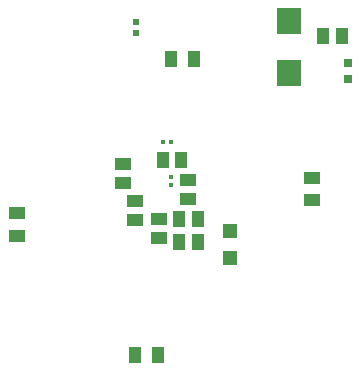
<source format=gbr>
%TF.GenerationSoftware,KiCad,Pcbnew,9.0.6*%
%TF.CreationDate,2025-12-07T19:21:49-08:00*%
%TF.ProjectId,redstone_lamp,72656473-746f-46e6-955f-6c616d702e6b,rev?*%
%TF.SameCoordinates,Original*%
%TF.FileFunction,Paste,Bot*%
%TF.FilePolarity,Positive*%
%FSLAX46Y46*%
G04 Gerber Fmt 4.6, Leading zero omitted, Abs format (unit mm)*
G04 Created by KiCad (PCBNEW 9.0.6) date 2025-12-07 19:21:49*
%MOMM*%
%LPD*%
G01*
G04 APERTURE LIST*
%ADD10R,1.470000X1.020000*%
%ADD11R,0.620000X0.600000*%
%ADD12R,0.460000X0.420000*%
%ADD13R,1.000000X1.450000*%
%ADD14R,1.020000X1.470000*%
%ADD15R,2.150000X2.200000*%
%ADD16R,1.450000X1.000000*%
%ADD17R,0.700000X0.650000*%
%ADD18R,0.420000X0.460000*%
%ADD19R,1.250000X1.150000*%
G04 APERTURE END LIST*
D10*
%TO.C,C2*%
X131500000Y-51400000D03*
X131500000Y-53000000D03*
%TD*%
%TO.C,C2*%
X137000000Y-52700000D03*
X137000000Y-54300000D03*
%TD*%
D11*
%TO.C,C1*%
X132580000Y-40280000D03*
X132580000Y-39360000D03*
%TD*%
D10*
%TO.C,C2*%
X134500000Y-57600000D03*
X134500000Y-56000000D03*
%TD*%
D12*
%TO.C,C9*%
X134840000Y-49500000D03*
X135500000Y-49500000D03*
%TD*%
D13*
%TO.C,R1*%
X137450000Y-42500000D03*
X135550000Y-42500000D03*
%TD*%
D14*
%TO.C,C3*%
X148400000Y-40500000D03*
X150000000Y-40500000D03*
%TD*%
D15*
%TO.C,D19*%
X145500000Y-43700000D03*
X145500000Y-39300000D03*
%TD*%
D10*
%TO.C,C2*%
X132500000Y-56100000D03*
X132500000Y-54500000D03*
%TD*%
D14*
%TO.C,C10*%
X134810000Y-51000000D03*
X136410000Y-51000000D03*
%TD*%
D16*
%TO.C,R2*%
X147500000Y-52550000D03*
X147500000Y-54450000D03*
%TD*%
D14*
%TO.C,C10*%
X136200000Y-58000000D03*
X137800000Y-58000000D03*
%TD*%
%TO.C,C2*%
X137800000Y-56000000D03*
X136200000Y-56000000D03*
%TD*%
D16*
%TO.C,R4*%
X122500000Y-57450000D03*
X122500000Y-55550000D03*
%TD*%
D17*
%TO.C,C4*%
X150500000Y-42825000D03*
X150500000Y-44175000D03*
%TD*%
D13*
%TO.C,R3*%
X132500000Y-67500000D03*
X134400000Y-67500000D03*
%TD*%
D18*
%TO.C,C11*%
X135500000Y-52500000D03*
X135500000Y-53160000D03*
%TD*%
D19*
%TO.C,R5*%
X140500000Y-59350000D03*
X140500000Y-57000000D03*
%TD*%
M02*

</source>
